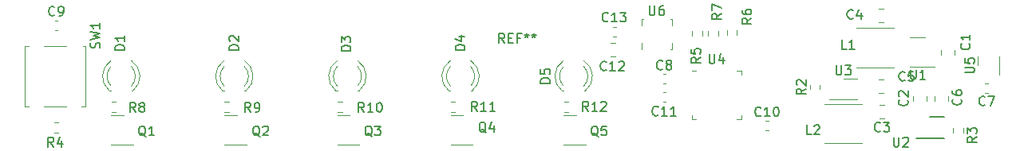
<source format=gbr>
%TF.GenerationSoftware,KiCad,Pcbnew,(6.0.7-1)-1*%
%TF.CreationDate,2022-09-24T17:28:48+02:00*%
%TF.ProjectId,Bike-lights-kicad,42696b65-2d6c-4696-9768-74732d6b6963,rev?*%
%TF.SameCoordinates,Original*%
%TF.FileFunction,Legend,Top*%
%TF.FilePolarity,Positive*%
%FSLAX46Y46*%
G04 Gerber Fmt 4.6, Leading zero omitted, Abs format (unit mm)*
G04 Created by KiCad (PCBNEW (6.0.7-1)-1) date 2022-09-24 17:28:48*
%MOMM*%
%LPD*%
G01*
G04 APERTURE LIST*
%ADD10C,0.150000*%
%ADD11C,0.120000*%
G04 APERTURE END LIST*
D10*
%TO.C,C8*%
X67933333Y-7057142D02*
X67885714Y-7104761D01*
X67742857Y-7152380D01*
X67647619Y-7152380D01*
X67504761Y-7104761D01*
X67409523Y-7009523D01*
X67361904Y-6914285D01*
X67314285Y-6723809D01*
X67314285Y-6580952D01*
X67361904Y-6390476D01*
X67409523Y-6295238D01*
X67504761Y-6200000D01*
X67647619Y-6152380D01*
X67742857Y-6152380D01*
X67885714Y-6200000D01*
X67933333Y-6247619D01*
X68504761Y-6580952D02*
X68409523Y-6533333D01*
X68361904Y-6485714D01*
X68314285Y-6390476D01*
X68314285Y-6342857D01*
X68361904Y-6247619D01*
X68409523Y-6200000D01*
X68504761Y-6152380D01*
X68695238Y-6152380D01*
X68790476Y-6200000D01*
X68838095Y-6247619D01*
X68885714Y-6342857D01*
X68885714Y-6390476D01*
X68838095Y-6485714D01*
X68790476Y-6533333D01*
X68695238Y-6580952D01*
X68504761Y-6580952D01*
X68409523Y-6628571D01*
X68361904Y-6676190D01*
X68314285Y-6771428D01*
X68314285Y-6961904D01*
X68361904Y-7057142D01*
X68409523Y-7104761D01*
X68504761Y-7152380D01*
X68695238Y-7152380D01*
X68790476Y-7104761D01*
X68838095Y-7057142D01*
X68885714Y-6961904D01*
X68885714Y-6771428D01*
X68838095Y-6676190D01*
X68790476Y-6628571D01*
X68695238Y-6580952D01*
%TO.C,U2*%
X92438095Y-14352380D02*
X92438095Y-15161904D01*
X92485714Y-15257142D01*
X92533333Y-15304761D01*
X92628571Y-15352380D01*
X92819047Y-15352380D01*
X92914285Y-15304761D01*
X92961904Y-15257142D01*
X93009523Y-15161904D01*
X93009523Y-14352380D01*
X93438095Y-14447619D02*
X93485714Y-14400000D01*
X93580952Y-14352380D01*
X93819047Y-14352380D01*
X93914285Y-14400000D01*
X93961904Y-14447619D01*
X94009523Y-14542857D01*
X94009523Y-14638095D01*
X93961904Y-14780952D01*
X93390476Y-15352380D01*
X94009523Y-15352380D01*
%TO.C,C2*%
X93877142Y-10366666D02*
X93924761Y-10414285D01*
X93972380Y-10557142D01*
X93972380Y-10652380D01*
X93924761Y-10795238D01*
X93829523Y-10890476D01*
X93734285Y-10938095D01*
X93543809Y-10985714D01*
X93400952Y-10985714D01*
X93210476Y-10938095D01*
X93115238Y-10890476D01*
X93020000Y-10795238D01*
X92972380Y-10652380D01*
X92972380Y-10557142D01*
X93020000Y-10414285D01*
X93067619Y-10366666D01*
X93067619Y-9985714D02*
X93020000Y-9938095D01*
X92972380Y-9842857D01*
X92972380Y-9604761D01*
X93020000Y-9509523D01*
X93067619Y-9461904D01*
X93162857Y-9414285D01*
X93258095Y-9414285D01*
X93400952Y-9461904D01*
X93972380Y-10033333D01*
X93972380Y-9414285D01*
%TO.C,C7*%
X102133333Y-10887142D02*
X102085714Y-10934761D01*
X101942857Y-10982380D01*
X101847619Y-10982380D01*
X101704761Y-10934761D01*
X101609523Y-10839523D01*
X101561904Y-10744285D01*
X101514285Y-10553809D01*
X101514285Y-10410952D01*
X101561904Y-10220476D01*
X101609523Y-10125238D01*
X101704761Y-10030000D01*
X101847619Y-9982380D01*
X101942857Y-9982380D01*
X102085714Y-10030000D01*
X102133333Y-10077619D01*
X102466666Y-9982380D02*
X103133333Y-9982380D01*
X102704761Y-10982380D01*
%TO.C,Q5*%
X61104761Y-14247619D02*
X61009523Y-14200000D01*
X60914285Y-14104761D01*
X60771428Y-13961904D01*
X60676190Y-13914285D01*
X60580952Y-13914285D01*
X60628571Y-14152380D02*
X60533333Y-14104761D01*
X60438095Y-14009523D01*
X60390476Y-13819047D01*
X60390476Y-13485714D01*
X60438095Y-13295238D01*
X60533333Y-13200000D01*
X60628571Y-13152380D01*
X60819047Y-13152380D01*
X60914285Y-13200000D01*
X61009523Y-13295238D01*
X61057142Y-13485714D01*
X61057142Y-13819047D01*
X61009523Y-14009523D01*
X60914285Y-14104761D01*
X60819047Y-14152380D01*
X60628571Y-14152380D01*
X61961904Y-13152380D02*
X61485714Y-13152380D01*
X61438095Y-13628571D01*
X61485714Y-13580952D01*
X61580952Y-13533333D01*
X61819047Y-13533333D01*
X61914285Y-13580952D01*
X61961904Y-13628571D01*
X62009523Y-13723809D01*
X62009523Y-13961904D01*
X61961904Y-14057142D01*
X61914285Y-14104761D01*
X61819047Y-14152380D01*
X61580952Y-14152380D01*
X61485714Y-14104761D01*
X61438095Y-14057142D01*
%TO.C,L2*%
X83733333Y-14052380D02*
X83257142Y-14052380D01*
X83257142Y-13052380D01*
X84019047Y-13147619D02*
X84066666Y-13100000D01*
X84161904Y-13052380D01*
X84400000Y-13052380D01*
X84495238Y-13100000D01*
X84542857Y-13147619D01*
X84590476Y-13242857D01*
X84590476Y-13338095D01*
X84542857Y-13480952D01*
X83971428Y-14052380D01*
X84590476Y-14052380D01*
%TO.C,C11*%
X67457142Y-11957142D02*
X67409523Y-12004761D01*
X67266666Y-12052380D01*
X67171428Y-12052380D01*
X67028571Y-12004761D01*
X66933333Y-11909523D01*
X66885714Y-11814285D01*
X66838095Y-11623809D01*
X66838095Y-11480952D01*
X66885714Y-11290476D01*
X66933333Y-11195238D01*
X67028571Y-11100000D01*
X67171428Y-11052380D01*
X67266666Y-11052380D01*
X67409523Y-11100000D01*
X67457142Y-11147619D01*
X68409523Y-12052380D02*
X67838095Y-12052380D01*
X68123809Y-12052380D02*
X68123809Y-11052380D01*
X68028571Y-11195238D01*
X67933333Y-11290476D01*
X67838095Y-11338095D01*
X69361904Y-12052380D02*
X68790476Y-12052380D01*
X69076190Y-12052380D02*
X69076190Y-11052380D01*
X68980952Y-11195238D01*
X68885714Y-11290476D01*
X68790476Y-11338095D01*
%TO.C,REF\u002A\u002A*%
X51166666Y-4302380D02*
X50833333Y-3826190D01*
X50595238Y-4302380D02*
X50595238Y-3302380D01*
X50976190Y-3302380D01*
X51071428Y-3350000D01*
X51119047Y-3397619D01*
X51166666Y-3492857D01*
X51166666Y-3635714D01*
X51119047Y-3730952D01*
X51071428Y-3778571D01*
X50976190Y-3826190D01*
X50595238Y-3826190D01*
X51595238Y-3778571D02*
X51928571Y-3778571D01*
X52071428Y-4302380D02*
X51595238Y-4302380D01*
X51595238Y-3302380D01*
X52071428Y-3302380D01*
X52833333Y-3778571D02*
X52500000Y-3778571D01*
X52500000Y-4302380D02*
X52500000Y-3302380D01*
X52976190Y-3302380D01*
X53500000Y-3302380D02*
X53500000Y-3540476D01*
X53261904Y-3445238D02*
X53500000Y-3540476D01*
X53738095Y-3445238D01*
X53357142Y-3730952D02*
X53500000Y-3540476D01*
X53642857Y-3730952D01*
X54261904Y-3302380D02*
X54261904Y-3540476D01*
X54023809Y-3445238D02*
X54261904Y-3540476D01*
X54500000Y-3445238D01*
X54119047Y-3730952D02*
X54261904Y-3540476D01*
X54404761Y-3730952D01*
%TO.C,SW1*%
X8204761Y-4833333D02*
X8252380Y-4690476D01*
X8252380Y-4452380D01*
X8204761Y-4357142D01*
X8157142Y-4309523D01*
X8061904Y-4261904D01*
X7966666Y-4261904D01*
X7871428Y-4309523D01*
X7823809Y-4357142D01*
X7776190Y-4452380D01*
X7728571Y-4642857D01*
X7680952Y-4738095D01*
X7633333Y-4785714D01*
X7538095Y-4833333D01*
X7442857Y-4833333D01*
X7347619Y-4785714D01*
X7300000Y-4738095D01*
X7252380Y-4642857D01*
X7252380Y-4404761D01*
X7300000Y-4261904D01*
X7252380Y-3928571D02*
X8252380Y-3690476D01*
X7538095Y-3500000D01*
X8252380Y-3309523D01*
X7252380Y-3071428D01*
X8252380Y-2166666D02*
X8252380Y-2738095D01*
X8252380Y-2452380D02*
X7252380Y-2452380D01*
X7395238Y-2547619D01*
X7490476Y-2642857D01*
X7538095Y-2738095D01*
%TO.C,R10*%
X36257142Y-11652380D02*
X35923809Y-11176190D01*
X35685714Y-11652380D02*
X35685714Y-10652380D01*
X36066666Y-10652380D01*
X36161904Y-10700000D01*
X36209523Y-10747619D01*
X36257142Y-10842857D01*
X36257142Y-10985714D01*
X36209523Y-11080952D01*
X36161904Y-11128571D01*
X36066666Y-11176190D01*
X35685714Y-11176190D01*
X37209523Y-11652380D02*
X36638095Y-11652380D01*
X36923809Y-11652380D02*
X36923809Y-10652380D01*
X36828571Y-10795238D01*
X36733333Y-10890476D01*
X36638095Y-10938095D01*
X37828571Y-10652380D02*
X37923809Y-10652380D01*
X38019047Y-10700000D01*
X38066666Y-10747619D01*
X38114285Y-10842857D01*
X38161904Y-11033333D01*
X38161904Y-11271428D01*
X38114285Y-11461904D01*
X38066666Y-11557142D01*
X38019047Y-11604761D01*
X37923809Y-11652380D01*
X37828571Y-11652380D01*
X37733333Y-11604761D01*
X37685714Y-11557142D01*
X37638095Y-11461904D01*
X37590476Y-11271428D01*
X37590476Y-11033333D01*
X37638095Y-10842857D01*
X37685714Y-10747619D01*
X37733333Y-10700000D01*
X37828571Y-10652380D01*
%TO.C,Q4*%
X49204761Y-13847619D02*
X49109523Y-13800000D01*
X49014285Y-13704761D01*
X48871428Y-13561904D01*
X48776190Y-13514285D01*
X48680952Y-13514285D01*
X48728571Y-13752380D02*
X48633333Y-13704761D01*
X48538095Y-13609523D01*
X48490476Y-13419047D01*
X48490476Y-13085714D01*
X48538095Y-12895238D01*
X48633333Y-12800000D01*
X48728571Y-12752380D01*
X48919047Y-12752380D01*
X49014285Y-12800000D01*
X49109523Y-12895238D01*
X49157142Y-13085714D01*
X49157142Y-13419047D01*
X49109523Y-13609523D01*
X49014285Y-13704761D01*
X48919047Y-13752380D01*
X48728571Y-13752380D01*
X50014285Y-13085714D02*
X50014285Y-13752380D01*
X49776190Y-12704761D02*
X49538095Y-13419047D01*
X50157142Y-13419047D01*
%TO.C,R5*%
X71952380Y-5841666D02*
X71476190Y-6175000D01*
X71952380Y-6413095D02*
X70952380Y-6413095D01*
X70952380Y-6032142D01*
X71000000Y-5936904D01*
X71047619Y-5889285D01*
X71142857Y-5841666D01*
X71285714Y-5841666D01*
X71380952Y-5889285D01*
X71428571Y-5936904D01*
X71476190Y-6032142D01*
X71476190Y-6413095D01*
X70952380Y-4936904D02*
X70952380Y-5413095D01*
X71428571Y-5460714D01*
X71380952Y-5413095D01*
X71333333Y-5317857D01*
X71333333Y-5079761D01*
X71380952Y-4984523D01*
X71428571Y-4936904D01*
X71523809Y-4889285D01*
X71761904Y-4889285D01*
X71857142Y-4936904D01*
X71904761Y-4984523D01*
X71952380Y-5079761D01*
X71952380Y-5317857D01*
X71904761Y-5413095D01*
X71857142Y-5460714D01*
%TO.C,Q3*%
X37104761Y-14247619D02*
X37009523Y-14200000D01*
X36914285Y-14104761D01*
X36771428Y-13961904D01*
X36676190Y-13914285D01*
X36580952Y-13914285D01*
X36628571Y-14152380D02*
X36533333Y-14104761D01*
X36438095Y-14009523D01*
X36390476Y-13819047D01*
X36390476Y-13485714D01*
X36438095Y-13295238D01*
X36533333Y-13200000D01*
X36628571Y-13152380D01*
X36819047Y-13152380D01*
X36914285Y-13200000D01*
X37009523Y-13295238D01*
X37057142Y-13485714D01*
X37057142Y-13819047D01*
X37009523Y-14009523D01*
X36914285Y-14104761D01*
X36819047Y-14152380D01*
X36628571Y-14152380D01*
X37390476Y-13152380D02*
X38009523Y-13152380D01*
X37676190Y-13533333D01*
X37819047Y-13533333D01*
X37914285Y-13580952D01*
X37961904Y-13628571D01*
X38009523Y-13723809D01*
X38009523Y-13961904D01*
X37961904Y-14057142D01*
X37914285Y-14104761D01*
X37819047Y-14152380D01*
X37533333Y-14152380D01*
X37438095Y-14104761D01*
X37390476Y-14057142D01*
%TO.C,C9*%
X3433333Y-1327142D02*
X3385714Y-1374761D01*
X3242857Y-1422380D01*
X3147619Y-1422380D01*
X3004761Y-1374761D01*
X2909523Y-1279523D01*
X2861904Y-1184285D01*
X2814285Y-993809D01*
X2814285Y-850952D01*
X2861904Y-660476D01*
X2909523Y-565238D01*
X3004761Y-470000D01*
X3147619Y-422380D01*
X3242857Y-422380D01*
X3385714Y-470000D01*
X3433333Y-517619D01*
X3909523Y-1422380D02*
X4100000Y-1422380D01*
X4195238Y-1374761D01*
X4242857Y-1327142D01*
X4338095Y-1184285D01*
X4385714Y-993809D01*
X4385714Y-612857D01*
X4338095Y-517619D01*
X4290476Y-470000D01*
X4195238Y-422380D01*
X4004761Y-422380D01*
X3909523Y-470000D01*
X3861904Y-517619D01*
X3814285Y-612857D01*
X3814285Y-850952D01*
X3861904Y-946190D01*
X3909523Y-993809D01*
X4004761Y-1041428D01*
X4195238Y-1041428D01*
X4290476Y-993809D01*
X4338095Y-946190D01*
X4385714Y-850952D01*
%TO.C,C1*%
X100457142Y-4366666D02*
X100504761Y-4414285D01*
X100552380Y-4557142D01*
X100552380Y-4652380D01*
X100504761Y-4795238D01*
X100409523Y-4890476D01*
X100314285Y-4938095D01*
X100123809Y-4985714D01*
X99980952Y-4985714D01*
X99790476Y-4938095D01*
X99695238Y-4890476D01*
X99600000Y-4795238D01*
X99552380Y-4652380D01*
X99552380Y-4557142D01*
X99600000Y-4414285D01*
X99647619Y-4366666D01*
X100552380Y-3414285D02*
X100552380Y-3985714D01*
X100552380Y-3700000D02*
X99552380Y-3700000D01*
X99695238Y-3795238D01*
X99790476Y-3890476D01*
X99838095Y-3985714D01*
%TO.C,R6*%
X77352380Y-1666666D02*
X76876190Y-2000000D01*
X77352380Y-2238095D02*
X76352380Y-2238095D01*
X76352380Y-1857142D01*
X76400000Y-1761904D01*
X76447619Y-1714285D01*
X76542857Y-1666666D01*
X76685714Y-1666666D01*
X76780952Y-1714285D01*
X76828571Y-1761904D01*
X76876190Y-1857142D01*
X76876190Y-2238095D01*
X76352380Y-809523D02*
X76352380Y-1000000D01*
X76400000Y-1095238D01*
X76447619Y-1142857D01*
X76590476Y-1238095D01*
X76780952Y-1285714D01*
X77161904Y-1285714D01*
X77257142Y-1238095D01*
X77304761Y-1190476D01*
X77352380Y-1095238D01*
X77352380Y-904761D01*
X77304761Y-809523D01*
X77257142Y-761904D01*
X77161904Y-714285D01*
X76923809Y-714285D01*
X76828571Y-761904D01*
X76780952Y-809523D01*
X76733333Y-904761D01*
X76733333Y-1095238D01*
X76780952Y-1190476D01*
X76828571Y-1238095D01*
X76923809Y-1285714D01*
%TO.C,D3*%
X34852380Y-5138095D02*
X33852380Y-5138095D01*
X33852380Y-4900000D01*
X33900000Y-4757142D01*
X33995238Y-4661904D01*
X34090476Y-4614285D01*
X34280952Y-4566666D01*
X34423809Y-4566666D01*
X34614285Y-4614285D01*
X34709523Y-4661904D01*
X34804761Y-4757142D01*
X34852380Y-4900000D01*
X34852380Y-5138095D01*
X33852380Y-4233333D02*
X33852380Y-3614285D01*
X34233333Y-3947619D01*
X34233333Y-3804761D01*
X34280952Y-3709523D01*
X34328571Y-3661904D01*
X34423809Y-3614285D01*
X34661904Y-3614285D01*
X34757142Y-3661904D01*
X34804761Y-3709523D01*
X34852380Y-3804761D01*
X34852380Y-4090476D01*
X34804761Y-4185714D01*
X34757142Y-4233333D01*
%TO.C,C4*%
X88133333Y-1657142D02*
X88085714Y-1704761D01*
X87942857Y-1752380D01*
X87847619Y-1752380D01*
X87704761Y-1704761D01*
X87609523Y-1609523D01*
X87561904Y-1514285D01*
X87514285Y-1323809D01*
X87514285Y-1180952D01*
X87561904Y-990476D01*
X87609523Y-895238D01*
X87704761Y-800000D01*
X87847619Y-752380D01*
X87942857Y-752380D01*
X88085714Y-800000D01*
X88133333Y-847619D01*
X88990476Y-1085714D02*
X88990476Y-1752380D01*
X88752380Y-704761D02*
X88514285Y-1419047D01*
X89133333Y-1419047D01*
%TO.C,R3*%
X101252380Y-14291666D02*
X100776190Y-14625000D01*
X101252380Y-14863095D02*
X100252380Y-14863095D01*
X100252380Y-14482142D01*
X100300000Y-14386904D01*
X100347619Y-14339285D01*
X100442857Y-14291666D01*
X100585714Y-14291666D01*
X100680952Y-14339285D01*
X100728571Y-14386904D01*
X100776190Y-14482142D01*
X100776190Y-14863095D01*
X100252380Y-13958333D02*
X100252380Y-13339285D01*
X100633333Y-13672619D01*
X100633333Y-13529761D01*
X100680952Y-13434523D01*
X100728571Y-13386904D01*
X100823809Y-13339285D01*
X101061904Y-13339285D01*
X101157142Y-13386904D01*
X101204761Y-13434523D01*
X101252380Y-13529761D01*
X101252380Y-13815476D01*
X101204761Y-13910714D01*
X101157142Y-13958333D01*
%TO.C,C10*%
X78357142Y-12027142D02*
X78309523Y-12074761D01*
X78166666Y-12122380D01*
X78071428Y-12122380D01*
X77928571Y-12074761D01*
X77833333Y-11979523D01*
X77785714Y-11884285D01*
X77738095Y-11693809D01*
X77738095Y-11550952D01*
X77785714Y-11360476D01*
X77833333Y-11265238D01*
X77928571Y-11170000D01*
X78071428Y-11122380D01*
X78166666Y-11122380D01*
X78309523Y-11170000D01*
X78357142Y-11217619D01*
X79309523Y-12122380D02*
X78738095Y-12122380D01*
X79023809Y-12122380D02*
X79023809Y-11122380D01*
X78928571Y-11265238D01*
X78833333Y-11360476D01*
X78738095Y-11408095D01*
X79928571Y-11122380D02*
X80023809Y-11122380D01*
X80119047Y-11170000D01*
X80166666Y-11217619D01*
X80214285Y-11312857D01*
X80261904Y-11503333D01*
X80261904Y-11741428D01*
X80214285Y-11931904D01*
X80166666Y-12027142D01*
X80119047Y-12074761D01*
X80023809Y-12122380D01*
X79928571Y-12122380D01*
X79833333Y-12074761D01*
X79785714Y-12027142D01*
X79738095Y-11931904D01*
X79690476Y-11741428D01*
X79690476Y-11503333D01*
X79738095Y-11312857D01*
X79785714Y-11217619D01*
X79833333Y-11170000D01*
X79928571Y-11122380D01*
%TO.C,Q1*%
X13104761Y-14247619D02*
X13009523Y-14200000D01*
X12914285Y-14104761D01*
X12771428Y-13961904D01*
X12676190Y-13914285D01*
X12580952Y-13914285D01*
X12628571Y-14152380D02*
X12533333Y-14104761D01*
X12438095Y-14009523D01*
X12390476Y-13819047D01*
X12390476Y-13485714D01*
X12438095Y-13295238D01*
X12533333Y-13200000D01*
X12628571Y-13152380D01*
X12819047Y-13152380D01*
X12914285Y-13200000D01*
X13009523Y-13295238D01*
X13057142Y-13485714D01*
X13057142Y-13819047D01*
X13009523Y-14009523D01*
X12914285Y-14104761D01*
X12819047Y-14152380D01*
X12628571Y-14152380D01*
X14009523Y-14152380D02*
X13438095Y-14152380D01*
X13723809Y-14152380D02*
X13723809Y-13152380D01*
X13628571Y-13295238D01*
X13533333Y-13390476D01*
X13438095Y-13438095D01*
%TO.C,C5*%
X93633333Y-8257142D02*
X93585714Y-8304761D01*
X93442857Y-8352380D01*
X93347619Y-8352380D01*
X93204761Y-8304761D01*
X93109523Y-8209523D01*
X93061904Y-8114285D01*
X93014285Y-7923809D01*
X93014285Y-7780952D01*
X93061904Y-7590476D01*
X93109523Y-7495238D01*
X93204761Y-7400000D01*
X93347619Y-7352380D01*
X93442857Y-7352380D01*
X93585714Y-7400000D01*
X93633333Y-7447619D01*
X94538095Y-7352380D02*
X94061904Y-7352380D01*
X94014285Y-7828571D01*
X94061904Y-7780952D01*
X94157142Y-7733333D01*
X94395238Y-7733333D01*
X94490476Y-7780952D01*
X94538095Y-7828571D01*
X94585714Y-7923809D01*
X94585714Y-8161904D01*
X94538095Y-8257142D01*
X94490476Y-8304761D01*
X94395238Y-8352380D01*
X94157142Y-8352380D01*
X94061904Y-8304761D01*
X94014285Y-8257142D01*
%TO.C,D4*%
X46952380Y-5038095D02*
X45952380Y-5038095D01*
X45952380Y-4800000D01*
X46000000Y-4657142D01*
X46095238Y-4561904D01*
X46190476Y-4514285D01*
X46380952Y-4466666D01*
X46523809Y-4466666D01*
X46714285Y-4514285D01*
X46809523Y-4561904D01*
X46904761Y-4657142D01*
X46952380Y-4800000D01*
X46952380Y-5038095D01*
X46285714Y-3609523D02*
X46952380Y-3609523D01*
X45904761Y-3847619D02*
X46619047Y-4085714D01*
X46619047Y-3466666D01*
%TO.C,D5*%
X55992380Y-8588095D02*
X54992380Y-8588095D01*
X54992380Y-8350000D01*
X55040000Y-8207142D01*
X55135238Y-8111904D01*
X55230476Y-8064285D01*
X55420952Y-8016666D01*
X55563809Y-8016666D01*
X55754285Y-8064285D01*
X55849523Y-8111904D01*
X55944761Y-8207142D01*
X55992380Y-8350000D01*
X55992380Y-8588095D01*
X54992380Y-7111904D02*
X54992380Y-7588095D01*
X55468571Y-7635714D01*
X55420952Y-7588095D01*
X55373333Y-7492857D01*
X55373333Y-7254761D01*
X55420952Y-7159523D01*
X55468571Y-7111904D01*
X55563809Y-7064285D01*
X55801904Y-7064285D01*
X55897142Y-7111904D01*
X55944761Y-7159523D01*
X55992380Y-7254761D01*
X55992380Y-7492857D01*
X55944761Y-7588095D01*
X55897142Y-7635714D01*
%TO.C,R8*%
X12033333Y-11652380D02*
X11700000Y-11176190D01*
X11461904Y-11652380D02*
X11461904Y-10652380D01*
X11842857Y-10652380D01*
X11938095Y-10700000D01*
X11985714Y-10747619D01*
X12033333Y-10842857D01*
X12033333Y-10985714D01*
X11985714Y-11080952D01*
X11938095Y-11128571D01*
X11842857Y-11176190D01*
X11461904Y-11176190D01*
X12604761Y-11080952D02*
X12509523Y-11033333D01*
X12461904Y-10985714D01*
X12414285Y-10890476D01*
X12414285Y-10842857D01*
X12461904Y-10747619D01*
X12509523Y-10700000D01*
X12604761Y-10652380D01*
X12795238Y-10652380D01*
X12890476Y-10700000D01*
X12938095Y-10747619D01*
X12985714Y-10842857D01*
X12985714Y-10890476D01*
X12938095Y-10985714D01*
X12890476Y-11033333D01*
X12795238Y-11080952D01*
X12604761Y-11080952D01*
X12509523Y-11128571D01*
X12461904Y-11176190D01*
X12414285Y-11271428D01*
X12414285Y-11461904D01*
X12461904Y-11557142D01*
X12509523Y-11604761D01*
X12604761Y-11652380D01*
X12795238Y-11652380D01*
X12890476Y-11604761D01*
X12938095Y-11557142D01*
X12985714Y-11461904D01*
X12985714Y-11271428D01*
X12938095Y-11176190D01*
X12890476Y-11128571D01*
X12795238Y-11080952D01*
%TO.C,R9*%
X24233333Y-11652380D02*
X23900000Y-11176190D01*
X23661904Y-11652380D02*
X23661904Y-10652380D01*
X24042857Y-10652380D01*
X24138095Y-10700000D01*
X24185714Y-10747619D01*
X24233333Y-10842857D01*
X24233333Y-10985714D01*
X24185714Y-11080952D01*
X24138095Y-11128571D01*
X24042857Y-11176190D01*
X23661904Y-11176190D01*
X24709523Y-11652380D02*
X24900000Y-11652380D01*
X24995238Y-11604761D01*
X25042857Y-11557142D01*
X25138095Y-11414285D01*
X25185714Y-11223809D01*
X25185714Y-10842857D01*
X25138095Y-10747619D01*
X25090476Y-10700000D01*
X24995238Y-10652380D01*
X24804761Y-10652380D01*
X24709523Y-10700000D01*
X24661904Y-10747619D01*
X24614285Y-10842857D01*
X24614285Y-11080952D01*
X24661904Y-11176190D01*
X24709523Y-11223809D01*
X24804761Y-11271428D01*
X24995238Y-11271428D01*
X25090476Y-11223809D01*
X25138095Y-11176190D01*
X25185714Y-11080952D01*
%TO.C,U5*%
X100002380Y-7461904D02*
X100811904Y-7461904D01*
X100907142Y-7414285D01*
X100954761Y-7366666D01*
X101002380Y-7271428D01*
X101002380Y-7080952D01*
X100954761Y-6985714D01*
X100907142Y-6938095D01*
X100811904Y-6890476D01*
X100002380Y-6890476D01*
X100002380Y-5938095D02*
X100002380Y-6414285D01*
X100478571Y-6461904D01*
X100430952Y-6414285D01*
X100383333Y-6319047D01*
X100383333Y-6080952D01*
X100430952Y-5985714D01*
X100478571Y-5938095D01*
X100573809Y-5890476D01*
X100811904Y-5890476D01*
X100907142Y-5938095D01*
X100954761Y-5985714D01*
X101002380Y-6080952D01*
X101002380Y-6319047D01*
X100954761Y-6414285D01*
X100907142Y-6461904D01*
%TO.C,R4*%
X3333333Y-15352380D02*
X3000000Y-14876190D01*
X2761904Y-15352380D02*
X2761904Y-14352380D01*
X3142857Y-14352380D01*
X3238095Y-14400000D01*
X3285714Y-14447619D01*
X3333333Y-14542857D01*
X3333333Y-14685714D01*
X3285714Y-14780952D01*
X3238095Y-14828571D01*
X3142857Y-14876190D01*
X2761904Y-14876190D01*
X4190476Y-14685714D02*
X4190476Y-15352380D01*
X3952380Y-14304761D02*
X3714285Y-15019047D01*
X4333333Y-15019047D01*
%TO.C,U4*%
X72888095Y-5482380D02*
X72888095Y-6291904D01*
X72935714Y-6387142D01*
X72983333Y-6434761D01*
X73078571Y-6482380D01*
X73269047Y-6482380D01*
X73364285Y-6434761D01*
X73411904Y-6387142D01*
X73459523Y-6291904D01*
X73459523Y-5482380D01*
X74364285Y-5815714D02*
X74364285Y-6482380D01*
X74126190Y-5434761D02*
X73888095Y-6149047D01*
X74507142Y-6149047D01*
%TO.C,R2*%
X83122380Y-9166666D02*
X82646190Y-9500000D01*
X83122380Y-9738095D02*
X82122380Y-9738095D01*
X82122380Y-9357142D01*
X82170000Y-9261904D01*
X82217619Y-9214285D01*
X82312857Y-9166666D01*
X82455714Y-9166666D01*
X82550952Y-9214285D01*
X82598571Y-9261904D01*
X82646190Y-9357142D01*
X82646190Y-9738095D01*
X82217619Y-8785714D02*
X82170000Y-8738095D01*
X82122380Y-8642857D01*
X82122380Y-8404761D01*
X82170000Y-8309523D01*
X82217619Y-8261904D01*
X82312857Y-8214285D01*
X82408095Y-8214285D01*
X82550952Y-8261904D01*
X83122380Y-8833333D01*
X83122380Y-8214285D01*
%TO.C,C3*%
X91033333Y-13657142D02*
X90985714Y-13704761D01*
X90842857Y-13752380D01*
X90747619Y-13752380D01*
X90604761Y-13704761D01*
X90509523Y-13609523D01*
X90461904Y-13514285D01*
X90414285Y-13323809D01*
X90414285Y-13180952D01*
X90461904Y-12990476D01*
X90509523Y-12895238D01*
X90604761Y-12800000D01*
X90747619Y-12752380D01*
X90842857Y-12752380D01*
X90985714Y-12800000D01*
X91033333Y-12847619D01*
X91366666Y-12752380D02*
X91985714Y-12752380D01*
X91652380Y-13133333D01*
X91795238Y-13133333D01*
X91890476Y-13180952D01*
X91938095Y-13228571D01*
X91985714Y-13323809D01*
X91985714Y-13561904D01*
X91938095Y-13657142D01*
X91890476Y-13704761D01*
X91795238Y-13752380D01*
X91509523Y-13752380D01*
X91414285Y-13704761D01*
X91366666Y-13657142D01*
%TO.C,U6*%
X66538095Y-352380D02*
X66538095Y-1161904D01*
X66585714Y-1257142D01*
X66633333Y-1304761D01*
X66728571Y-1352380D01*
X66919047Y-1352380D01*
X67014285Y-1304761D01*
X67061904Y-1257142D01*
X67109523Y-1161904D01*
X67109523Y-352380D01*
X68014285Y-352380D02*
X67823809Y-352380D01*
X67728571Y-400000D01*
X67680952Y-447619D01*
X67585714Y-590476D01*
X67538095Y-780952D01*
X67538095Y-1161904D01*
X67585714Y-1257142D01*
X67633333Y-1304761D01*
X67728571Y-1352380D01*
X67919047Y-1352380D01*
X68014285Y-1304761D01*
X68061904Y-1257142D01*
X68109523Y-1161904D01*
X68109523Y-923809D01*
X68061904Y-828571D01*
X68014285Y-780952D01*
X67919047Y-733333D01*
X67728571Y-733333D01*
X67633333Y-780952D01*
X67585714Y-828571D01*
X67538095Y-923809D01*
%TO.C,D1*%
X10852380Y-5038095D02*
X9852380Y-5038095D01*
X9852380Y-4800000D01*
X9900000Y-4657142D01*
X9995238Y-4561904D01*
X10090476Y-4514285D01*
X10280952Y-4466666D01*
X10423809Y-4466666D01*
X10614285Y-4514285D01*
X10709523Y-4561904D01*
X10804761Y-4657142D01*
X10852380Y-4800000D01*
X10852380Y-5038095D01*
X10852380Y-3514285D02*
X10852380Y-4085714D01*
X10852380Y-3800000D02*
X9852380Y-3800000D01*
X9995238Y-3895238D01*
X10090476Y-3990476D01*
X10138095Y-4085714D01*
%TO.C,C6*%
X99557142Y-10266666D02*
X99604761Y-10314285D01*
X99652380Y-10457142D01*
X99652380Y-10552380D01*
X99604761Y-10695238D01*
X99509523Y-10790476D01*
X99414285Y-10838095D01*
X99223809Y-10885714D01*
X99080952Y-10885714D01*
X98890476Y-10838095D01*
X98795238Y-10790476D01*
X98700000Y-10695238D01*
X98652380Y-10552380D01*
X98652380Y-10457142D01*
X98700000Y-10314285D01*
X98747619Y-10266666D01*
X98652380Y-9409523D02*
X98652380Y-9600000D01*
X98700000Y-9695238D01*
X98747619Y-9742857D01*
X98890476Y-9838095D01*
X99080952Y-9885714D01*
X99461904Y-9885714D01*
X99557142Y-9838095D01*
X99604761Y-9790476D01*
X99652380Y-9695238D01*
X99652380Y-9504761D01*
X99604761Y-9409523D01*
X99557142Y-9361904D01*
X99461904Y-9314285D01*
X99223809Y-9314285D01*
X99128571Y-9361904D01*
X99080952Y-9409523D01*
X99033333Y-9504761D01*
X99033333Y-9695238D01*
X99080952Y-9790476D01*
X99128571Y-9838095D01*
X99223809Y-9885714D01*
%TO.C,R11*%
X48257142Y-11552380D02*
X47923809Y-11076190D01*
X47685714Y-11552380D02*
X47685714Y-10552380D01*
X48066666Y-10552380D01*
X48161904Y-10600000D01*
X48209523Y-10647619D01*
X48257142Y-10742857D01*
X48257142Y-10885714D01*
X48209523Y-10980952D01*
X48161904Y-11028571D01*
X48066666Y-11076190D01*
X47685714Y-11076190D01*
X49209523Y-11552380D02*
X48638095Y-11552380D01*
X48923809Y-11552380D02*
X48923809Y-10552380D01*
X48828571Y-10695238D01*
X48733333Y-10790476D01*
X48638095Y-10838095D01*
X50161904Y-11552380D02*
X49590476Y-11552380D01*
X49876190Y-11552380D02*
X49876190Y-10552380D01*
X49780952Y-10695238D01*
X49685714Y-10790476D01*
X49590476Y-10838095D01*
%TO.C,U1*%
X94238095Y-7152380D02*
X94238095Y-7961904D01*
X94285714Y-8057142D01*
X94333333Y-8104761D01*
X94428571Y-8152380D01*
X94619047Y-8152380D01*
X94714285Y-8104761D01*
X94761904Y-8057142D01*
X94809523Y-7961904D01*
X94809523Y-7152380D01*
X95809523Y-8152380D02*
X95238095Y-8152380D01*
X95523809Y-8152380D02*
X95523809Y-7152380D01*
X95428571Y-7295238D01*
X95333333Y-7390476D01*
X95238095Y-7438095D01*
%TO.C,R7*%
X74152380Y-1166666D02*
X73676190Y-1500000D01*
X74152380Y-1738095D02*
X73152380Y-1738095D01*
X73152380Y-1357142D01*
X73200000Y-1261904D01*
X73247619Y-1214285D01*
X73342857Y-1166666D01*
X73485714Y-1166666D01*
X73580952Y-1214285D01*
X73628571Y-1261904D01*
X73676190Y-1357142D01*
X73676190Y-1738095D01*
X73152380Y-833333D02*
X73152380Y-166666D01*
X74152380Y-595238D01*
%TO.C,U3*%
X86338095Y-6702380D02*
X86338095Y-7511904D01*
X86385714Y-7607142D01*
X86433333Y-7654761D01*
X86528571Y-7702380D01*
X86719047Y-7702380D01*
X86814285Y-7654761D01*
X86861904Y-7607142D01*
X86909523Y-7511904D01*
X86909523Y-6702380D01*
X87290476Y-6702380D02*
X87909523Y-6702380D01*
X87576190Y-7083333D01*
X87719047Y-7083333D01*
X87814285Y-7130952D01*
X87861904Y-7178571D01*
X87909523Y-7273809D01*
X87909523Y-7511904D01*
X87861904Y-7607142D01*
X87814285Y-7654761D01*
X87719047Y-7702380D01*
X87433333Y-7702380D01*
X87338095Y-7654761D01*
X87290476Y-7607142D01*
%TO.C,R12*%
X60057142Y-11552380D02*
X59723809Y-11076190D01*
X59485714Y-11552380D02*
X59485714Y-10552380D01*
X59866666Y-10552380D01*
X59961904Y-10600000D01*
X60009523Y-10647619D01*
X60057142Y-10742857D01*
X60057142Y-10885714D01*
X60009523Y-10980952D01*
X59961904Y-11028571D01*
X59866666Y-11076190D01*
X59485714Y-11076190D01*
X61009523Y-11552380D02*
X60438095Y-11552380D01*
X60723809Y-11552380D02*
X60723809Y-10552380D01*
X60628571Y-10695238D01*
X60533333Y-10790476D01*
X60438095Y-10838095D01*
X61390476Y-10647619D02*
X61438095Y-10600000D01*
X61533333Y-10552380D01*
X61771428Y-10552380D01*
X61866666Y-10600000D01*
X61914285Y-10647619D01*
X61961904Y-10742857D01*
X61961904Y-10838095D01*
X61914285Y-10980952D01*
X61342857Y-11552380D01*
X61961904Y-11552380D01*
%TO.C,C13*%
X62157142Y-1957142D02*
X62109523Y-2004761D01*
X61966666Y-2052380D01*
X61871428Y-2052380D01*
X61728571Y-2004761D01*
X61633333Y-1909523D01*
X61585714Y-1814285D01*
X61538095Y-1623809D01*
X61538095Y-1480952D01*
X61585714Y-1290476D01*
X61633333Y-1195238D01*
X61728571Y-1100000D01*
X61871428Y-1052380D01*
X61966666Y-1052380D01*
X62109523Y-1100000D01*
X62157142Y-1147619D01*
X63109523Y-2052380D02*
X62538095Y-2052380D01*
X62823809Y-2052380D02*
X62823809Y-1052380D01*
X62728571Y-1195238D01*
X62633333Y-1290476D01*
X62538095Y-1338095D01*
X63442857Y-1052380D02*
X64061904Y-1052380D01*
X63728571Y-1433333D01*
X63871428Y-1433333D01*
X63966666Y-1480952D01*
X64014285Y-1528571D01*
X64061904Y-1623809D01*
X64061904Y-1861904D01*
X64014285Y-1957142D01*
X63966666Y-2004761D01*
X63871428Y-2052380D01*
X63585714Y-2052380D01*
X63490476Y-2004761D01*
X63442857Y-1957142D01*
%TO.C,Q2*%
X25204761Y-14247619D02*
X25109523Y-14200000D01*
X25014285Y-14104761D01*
X24871428Y-13961904D01*
X24776190Y-13914285D01*
X24680952Y-13914285D01*
X24728571Y-14152380D02*
X24633333Y-14104761D01*
X24538095Y-14009523D01*
X24490476Y-13819047D01*
X24490476Y-13485714D01*
X24538095Y-13295238D01*
X24633333Y-13200000D01*
X24728571Y-13152380D01*
X24919047Y-13152380D01*
X25014285Y-13200000D01*
X25109523Y-13295238D01*
X25157142Y-13485714D01*
X25157142Y-13819047D01*
X25109523Y-14009523D01*
X25014285Y-14104761D01*
X24919047Y-14152380D01*
X24728571Y-14152380D01*
X25538095Y-13247619D02*
X25585714Y-13200000D01*
X25680952Y-13152380D01*
X25919047Y-13152380D01*
X26014285Y-13200000D01*
X26061904Y-13247619D01*
X26109523Y-13342857D01*
X26109523Y-13438095D01*
X26061904Y-13580952D01*
X25490476Y-14152380D01*
X26109523Y-14152380D01*
%TO.C,L1*%
X87433333Y-4952380D02*
X86957142Y-4952380D01*
X86957142Y-3952380D01*
X88290476Y-4952380D02*
X87719047Y-4952380D01*
X88004761Y-4952380D02*
X88004761Y-3952380D01*
X87909523Y-4095238D01*
X87814285Y-4190476D01*
X87719047Y-4238095D01*
%TO.C,C12*%
X61957142Y-7157142D02*
X61909523Y-7204761D01*
X61766666Y-7252380D01*
X61671428Y-7252380D01*
X61528571Y-7204761D01*
X61433333Y-7109523D01*
X61385714Y-7014285D01*
X61338095Y-6823809D01*
X61338095Y-6680952D01*
X61385714Y-6490476D01*
X61433333Y-6395238D01*
X61528571Y-6300000D01*
X61671428Y-6252380D01*
X61766666Y-6252380D01*
X61909523Y-6300000D01*
X61957142Y-6347619D01*
X62909523Y-7252380D02*
X62338095Y-7252380D01*
X62623809Y-7252380D02*
X62623809Y-6252380D01*
X62528571Y-6395238D01*
X62433333Y-6490476D01*
X62338095Y-6538095D01*
X63290476Y-6347619D02*
X63338095Y-6300000D01*
X63433333Y-6252380D01*
X63671428Y-6252380D01*
X63766666Y-6300000D01*
X63814285Y-6347619D01*
X63861904Y-6442857D01*
X63861904Y-6538095D01*
X63814285Y-6680952D01*
X63242857Y-7252380D01*
X63861904Y-7252380D01*
%TO.C,D2*%
X22952380Y-5038095D02*
X21952380Y-5038095D01*
X21952380Y-4800000D01*
X22000000Y-4657142D01*
X22095238Y-4561904D01*
X22190476Y-4514285D01*
X22380952Y-4466666D01*
X22523809Y-4466666D01*
X22714285Y-4514285D01*
X22809523Y-4561904D01*
X22904761Y-4657142D01*
X22952380Y-4800000D01*
X22952380Y-5038095D01*
X22047619Y-4085714D02*
X22000000Y-4038095D01*
X21952380Y-3942857D01*
X21952380Y-3704761D01*
X22000000Y-3609523D01*
X22047619Y-3561904D01*
X22142857Y-3514285D01*
X22238095Y-3514285D01*
X22380952Y-3561904D01*
X22952380Y-4133333D01*
X22952380Y-3514285D01*
D11*
%TO.C,C8*%
X68240580Y-7577500D02*
X67959420Y-7577500D01*
X68240580Y-8597500D02*
X67959420Y-8597500D01*
D10*
%TO.C,U2*%
X94800000Y-14425000D02*
X97800000Y-14425000D01*
X96300000Y-12175000D02*
X97800000Y-12175000D01*
D11*
%TO.C,C2*%
X94465000Y-10461252D02*
X94465000Y-9938748D01*
X95935000Y-10461252D02*
X95935000Y-9938748D01*
%TO.C,C7*%
X102440580Y-9610000D02*
X102159420Y-9610000D01*
X102440580Y-8590000D02*
X102159420Y-8590000D01*
%TO.C,Q5*%
X58100000Y-15160000D02*
X59775000Y-15160000D01*
X58100000Y-12040000D02*
X58750000Y-12040000D01*
X58100000Y-12040000D02*
X57450000Y-12040000D01*
X58100000Y-15160000D02*
X57450000Y-15160000D01*
%TO.C,L2*%
X89100000Y-15000000D02*
X85100000Y-15000000D01*
X89100000Y-10800000D02*
X85100000Y-10800000D01*
%TO.C,C11*%
X68240580Y-10597500D02*
X67959420Y-10597500D01*
X68240580Y-9577500D02*
X67959420Y-9577500D01*
%TO.C,SW1*%
X6300000Y-11060000D02*
X6710000Y-11060000D01*
X700000Y-4640000D02*
X290000Y-4640000D01*
X4700000Y-4640000D02*
X2300000Y-4640000D01*
X290000Y-11060000D02*
X700000Y-11060000D01*
X290000Y-4640000D02*
X290000Y-11060000D01*
X6710000Y-11060000D02*
X6710000Y-4640000D01*
X6710000Y-4640000D02*
X6430000Y-4640000D01*
X2300000Y-11060000D02*
X4700000Y-11060000D01*
%TO.C,R10*%
X33462742Y-10577500D02*
X33937258Y-10577500D01*
X33462742Y-11622500D02*
X33937258Y-11622500D01*
%TO.C,Q4*%
X46100000Y-15160000D02*
X45450000Y-15160000D01*
X46100000Y-12040000D02*
X46750000Y-12040000D01*
X46100000Y-15160000D02*
X47775000Y-15160000D01*
X46100000Y-12040000D02*
X45450000Y-12040000D01*
%TO.C,R5*%
X71077500Y-3050242D02*
X71077500Y-3524758D01*
X72122500Y-3050242D02*
X72122500Y-3524758D01*
%TO.C,Q3*%
X34100000Y-12040000D02*
X34750000Y-12040000D01*
X34100000Y-15160000D02*
X35775000Y-15160000D01*
X34100000Y-12040000D02*
X33450000Y-12040000D01*
X34100000Y-15160000D02*
X33450000Y-15160000D01*
%TO.C,C9*%
X3459420Y-2910000D02*
X3740580Y-2910000D01*
X3459420Y-1890000D02*
X3740580Y-1890000D01*
%TO.C,C1*%
X97465000Y-5561252D02*
X97465000Y-5038748D01*
X98935000Y-5561252D02*
X98935000Y-5038748D01*
%TO.C,R6*%
X75822500Y-3437258D02*
X75822500Y-2962742D01*
X74777500Y-3437258D02*
X74777500Y-2962742D01*
%TO.C,D3*%
X35580000Y-9410000D02*
X35736000Y-9410000D01*
X33264000Y-9410000D02*
X33420000Y-9410000D01*
X33421392Y-6177665D02*
G75*
G03*
X33264484Y-9410000I1078608J-1672335D01*
G01*
X33420163Y-6808870D02*
G75*
G03*
X33420000Y-8890961I1079837J-1041130D01*
G01*
X35580000Y-8890961D02*
G75*
G03*
X35579837Y-6808870I-1080000J1040961D01*
G01*
X35735516Y-9410000D02*
G75*
G03*
X35578608Y-6177665I-1235516J1560000D01*
G01*
%TO.C,C4*%
X91361252Y-665000D02*
X90838748Y-665000D01*
X91361252Y-2135000D02*
X90838748Y-2135000D01*
%TO.C,R3*%
X99822500Y-13837258D02*
X99822500Y-13362742D01*
X98777500Y-13837258D02*
X98777500Y-13362742D01*
%TO.C,C10*%
X78859420Y-12590000D02*
X79140580Y-12590000D01*
X78859420Y-13610000D02*
X79140580Y-13610000D01*
%TO.C,Q1*%
X10100000Y-15160000D02*
X11775000Y-15160000D01*
X10100000Y-12040000D02*
X9450000Y-12040000D01*
X10100000Y-12040000D02*
X10750000Y-12040000D01*
X10100000Y-15160000D02*
X9450000Y-15160000D01*
%TO.C,C5*%
X90838748Y-9635000D02*
X91361252Y-9635000D01*
X90838748Y-8165000D02*
X91361252Y-8165000D01*
%TO.C,D4*%
X45264000Y-9410000D02*
X45420000Y-9410000D01*
X47580000Y-9410000D02*
X47736000Y-9410000D01*
X47580000Y-8890961D02*
G75*
G03*
X47579837Y-6808870I-1080000J1040961D01*
G01*
X45421392Y-6177665D02*
G75*
G03*
X45264484Y-9410000I1078608J-1672335D01*
G01*
X45420163Y-6808870D02*
G75*
G03*
X45420000Y-8890961I1079837J-1041130D01*
G01*
X47735516Y-9410000D02*
G75*
G03*
X47578608Y-6177665I-1235516J1560000D01*
G01*
%TO.C,D5*%
X59580000Y-9410000D02*
X59736000Y-9410000D01*
X57264000Y-9410000D02*
X57420000Y-9410000D01*
X59735516Y-9410000D02*
G75*
G03*
X59578608Y-6177665I-1235516J1560000D01*
G01*
X57421392Y-6177665D02*
G75*
G03*
X57264484Y-9410000I1078608J-1672335D01*
G01*
X57420163Y-6808870D02*
G75*
G03*
X57420000Y-8890961I1079837J-1041130D01*
G01*
X59580000Y-8890961D02*
G75*
G03*
X59579837Y-6808870I-1080000J1040961D01*
G01*
%TO.C,R8*%
X9462742Y-11622500D02*
X9937258Y-11622500D01*
X9462742Y-10577500D02*
X9937258Y-10577500D01*
%TO.C,R9*%
X21462742Y-11622500D02*
X21937258Y-11622500D01*
X21462742Y-10577500D02*
X21937258Y-10577500D01*
%TO.C,U5*%
X103610000Y-7700000D02*
X103610000Y-5700000D01*
X101390000Y-6700000D02*
X101390000Y-5700000D01*
%TO.C,R4*%
X3362742Y-13822500D02*
X3837258Y-13822500D01*
X3362742Y-12777500D02*
X3837258Y-12777500D01*
%TO.C,U4*%
X75785000Y-7240000D02*
X76260000Y-7240000D01*
X76260000Y-7240000D02*
X76260000Y-7715000D01*
X71515000Y-12460000D02*
X71040000Y-12460000D01*
X71040000Y-12460000D02*
X71040000Y-11985000D01*
X76260000Y-12460000D02*
X76260000Y-11985000D01*
X71515000Y-7240000D02*
X71040000Y-7240000D01*
X75785000Y-12460000D02*
X76260000Y-12460000D01*
%TO.C,R2*%
X84622500Y-9237258D02*
X84622500Y-8762742D01*
X83577500Y-9237258D02*
X83577500Y-8762742D01*
%TO.C,C3*%
X90938748Y-12335000D02*
X91461252Y-12335000D01*
X90938748Y-10865000D02*
X91461252Y-10865000D01*
%TO.C,U6*%
X68910000Y-4335000D02*
X68910000Y-5010000D01*
X68910000Y-2465000D02*
X68910000Y-1790000D01*
X68910000Y-5010000D02*
X68735000Y-5010000D01*
X65690000Y-4335000D02*
X65690000Y-5010000D01*
X65690000Y-2465000D02*
X65690000Y-1790000D01*
X65690000Y-1790000D02*
X65865000Y-1790000D01*
X68910000Y-1790000D02*
X68735000Y-1790000D01*
%TO.C,D1*%
X11580000Y-9410000D02*
X11736000Y-9410000D01*
X9264000Y-9410000D02*
X9420000Y-9410000D01*
X11735516Y-9410000D02*
G75*
G03*
X11578608Y-6177665I-1235516J1560000D01*
G01*
X9421392Y-6177665D02*
G75*
G03*
X9264484Y-9410000I1078608J-1672335D01*
G01*
X11580000Y-8890961D02*
G75*
G03*
X11579837Y-6808870I-1080000J1040961D01*
G01*
X9420163Y-6808870D02*
G75*
G03*
X9420000Y-8890961I1079837J-1041130D01*
G01*
%TO.C,C6*%
X98235000Y-10461252D02*
X98235000Y-9938748D01*
X96765000Y-10461252D02*
X96765000Y-9938748D01*
%TO.C,R11*%
X45462742Y-10577500D02*
X45937258Y-10577500D01*
X45462742Y-11622500D02*
X45937258Y-11622500D01*
%TO.C,U1*%
X95000000Y-3740000D02*
X95800000Y-3740000D01*
X95000000Y-3740000D02*
X94200000Y-3740000D01*
X95000000Y-6860000D02*
X96800000Y-6860000D01*
X95000000Y-6860000D02*
X94200000Y-6860000D01*
%TO.C,R7*%
X73822500Y-3537258D02*
X73822500Y-3062742D01*
X72777500Y-3537258D02*
X72777500Y-3062742D01*
%TO.C,U3*%
X85600000Y-10310000D02*
X88600000Y-10310000D01*
X87100000Y-8090000D02*
X88600000Y-8090000D01*
%TO.C,R12*%
X57462742Y-10577500D02*
X57937258Y-10577500D01*
X57462742Y-11622500D02*
X57937258Y-11622500D01*
%TO.C,C13*%
X62990580Y-2590000D02*
X62709420Y-2590000D01*
X62990580Y-3610000D02*
X62709420Y-3610000D01*
%TO.C,Q2*%
X22100000Y-12040000D02*
X22750000Y-12040000D01*
X22100000Y-15160000D02*
X23775000Y-15160000D01*
X22100000Y-15160000D02*
X21450000Y-15160000D01*
X22100000Y-12040000D02*
X21450000Y-12040000D01*
%TO.C,L1*%
X92500000Y-6900000D02*
X88500000Y-6900000D01*
X92500000Y-2700000D02*
X88500000Y-2700000D01*
%TO.C,C12*%
X62911252Y-4265000D02*
X62388748Y-4265000D01*
X62911252Y-5735000D02*
X62388748Y-5735000D01*
%TO.C,D2*%
X23580000Y-9410000D02*
X23736000Y-9410000D01*
X21264000Y-9410000D02*
X21420000Y-9410000D01*
X23580000Y-8890961D02*
G75*
G03*
X23579837Y-6808870I-1080000J1040961D01*
G01*
X23735516Y-9410000D02*
G75*
G03*
X23578608Y-6177665I-1235516J1560000D01*
G01*
X21420163Y-6808870D02*
G75*
G03*
X21420000Y-8890961I1079837J-1041130D01*
G01*
X21421392Y-6177665D02*
G75*
G03*
X21264484Y-9410000I1078608J-1672335D01*
G01*
%TD*%
M02*

</source>
